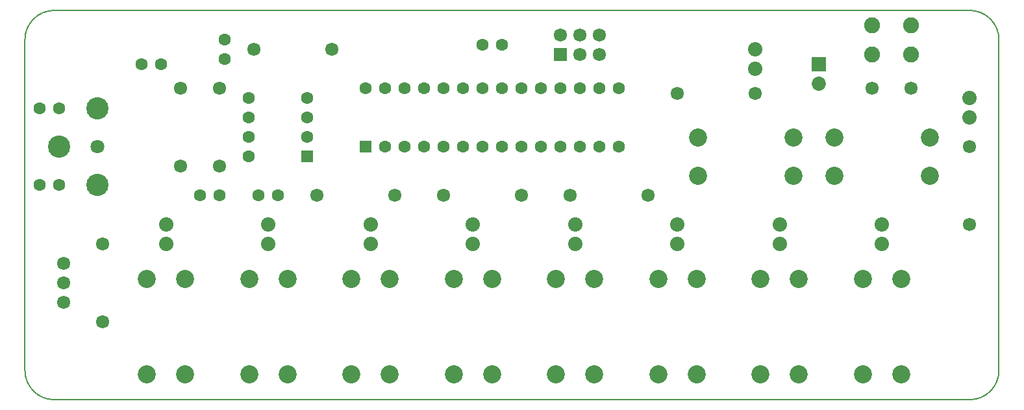
<source format=gts>
G04 (created by PCBNEW (2012-oct-18)-testing) date Thu 11 Jul 2013 02:07:35 PM EDT*
%MOIN*%
G04 Gerber Fmt 3.4, Leading zero omitted, Abs format*
%FSLAX34Y34*%
G01*
G70*
G90*
G04 APERTURE LIST*
%ADD10C,0.002*%
%ADD11C,0.00590551*%
%ADD12C,0.114173*%
%ADD13C,0.0708661*%
%ADD14C,0.0629921*%
%ADD15C,0.073874*%
%ADD16C,0.067874*%
%ADD17C,0.092874*%
%ADD18R,0.067874X0.067874*%
%ADD19R,0.062874X0.062874*%
%ADD20C,0.062874*%
%ADD21R,0.072874X0.072874*%
%ADD22C,0.072874*%
%ADD23C,0.081874*%
G04 APERTURE END LIST*
G54D10*
G54D11*
X58750Y-75000D02*
X58750Y-58000D01*
X107250Y-76500D02*
X60250Y-76500D01*
X108750Y-58000D02*
X108750Y-75000D01*
X60250Y-56500D02*
X107250Y-56500D01*
X107250Y-76500D02*
G75*
G03X108750Y-75000I0J1500D01*
G74*
G01*
X108750Y-58000D02*
G75*
G03X107250Y-56500I-1500J0D01*
G74*
G01*
X58750Y-75000D02*
G75*
G03X60250Y-76500I1500J0D01*
G74*
G01*
X60250Y-56500D02*
G75*
G03X58750Y-58000I0J-1500D01*
G74*
G01*
G54D12*
X60500Y-63500D03*
X62468Y-61531D03*
X62468Y-65468D03*
G54D13*
X62468Y-63500D03*
G54D14*
X60500Y-65468D03*
X60500Y-61531D03*
X59515Y-61531D03*
X59515Y-65468D03*
G54D15*
X107250Y-62000D03*
X107250Y-61000D03*
X96250Y-59500D03*
X96250Y-58500D03*
G54D16*
X60750Y-71500D03*
X60750Y-70500D03*
X60750Y-69500D03*
G54D17*
X98210Y-64984D03*
X93290Y-64984D03*
X98210Y-63016D03*
X93290Y-63016D03*
X105210Y-64984D03*
X100290Y-64984D03*
X105210Y-63016D03*
X100290Y-63016D03*
X93234Y-70290D03*
X93234Y-75210D03*
X91266Y-70290D03*
X91266Y-75210D03*
X98484Y-70290D03*
X98484Y-75210D03*
X96516Y-70290D03*
X96516Y-75210D03*
X103734Y-70290D03*
X103734Y-75210D03*
X101766Y-70290D03*
X101766Y-75210D03*
X66984Y-70290D03*
X66984Y-75210D03*
X65016Y-70290D03*
X65016Y-75210D03*
X72234Y-70290D03*
X72234Y-75210D03*
X70266Y-70290D03*
X70266Y-75210D03*
X77484Y-70290D03*
X77484Y-75210D03*
X75516Y-70290D03*
X75516Y-75210D03*
X82734Y-70290D03*
X82734Y-75210D03*
X80766Y-70290D03*
X80766Y-75210D03*
X87984Y-70290D03*
X87984Y-75210D03*
X86016Y-70290D03*
X86016Y-75210D03*
G54D16*
X66750Y-64500D03*
X66750Y-60500D03*
X62750Y-72500D03*
X62750Y-68500D03*
X68750Y-60500D03*
X68750Y-64500D03*
X90750Y-66000D03*
X86750Y-66000D03*
X84250Y-66000D03*
X80250Y-66000D03*
X107250Y-63500D03*
X107250Y-67500D03*
X74500Y-58500D03*
X70500Y-58500D03*
X73750Y-66000D03*
X77750Y-66000D03*
X96250Y-60750D03*
X92250Y-60750D03*
G54D18*
X86250Y-58750D03*
G54D16*
X86250Y-57750D03*
X87250Y-58750D03*
X87250Y-57750D03*
X88250Y-58750D03*
X88250Y-57750D03*
G54D19*
X73250Y-64000D03*
G54D20*
X73250Y-63000D03*
X73250Y-62000D03*
X73250Y-61000D03*
X70250Y-61000D03*
X70250Y-62000D03*
X70250Y-63000D03*
X70250Y-64000D03*
X77250Y-63500D03*
X78250Y-63500D03*
X79250Y-63500D03*
X80250Y-63500D03*
X81250Y-63500D03*
X82250Y-63500D03*
X83250Y-63500D03*
X84250Y-63500D03*
X85250Y-63500D03*
X86250Y-63500D03*
X87250Y-63500D03*
X88250Y-63500D03*
X89250Y-63500D03*
G54D19*
X76250Y-63500D03*
G54D20*
X89250Y-60500D03*
X88250Y-60500D03*
X87250Y-60500D03*
X86250Y-60500D03*
X85250Y-60500D03*
X84250Y-60500D03*
X83250Y-60500D03*
X82250Y-60500D03*
X81250Y-60500D03*
X80250Y-60500D03*
X79250Y-60500D03*
X78250Y-60500D03*
X77250Y-60500D03*
X76250Y-60500D03*
G54D21*
X99500Y-59250D03*
G54D22*
X99500Y-60250D03*
G54D20*
X70750Y-66000D03*
X71750Y-66000D03*
X67750Y-66000D03*
X68750Y-66000D03*
X83250Y-58250D03*
X82250Y-58250D03*
X69000Y-59000D03*
X69000Y-58000D03*
G54D16*
X104250Y-60500D03*
X102250Y-60500D03*
G54D23*
X104250Y-58750D03*
X102250Y-58750D03*
X104250Y-57250D03*
X102250Y-57250D03*
G54D15*
X66000Y-68500D03*
X66000Y-67500D03*
X71250Y-68500D03*
X71250Y-67500D03*
X76500Y-68500D03*
X76500Y-67500D03*
X87000Y-68500D03*
X87000Y-67500D03*
X97500Y-68500D03*
X97500Y-67500D03*
X102750Y-68500D03*
X102750Y-67500D03*
X92250Y-68500D03*
X92250Y-67500D03*
X81750Y-68500D03*
X81750Y-67500D03*
G54D20*
X65750Y-59250D03*
X64750Y-59250D03*
M02*

</source>
